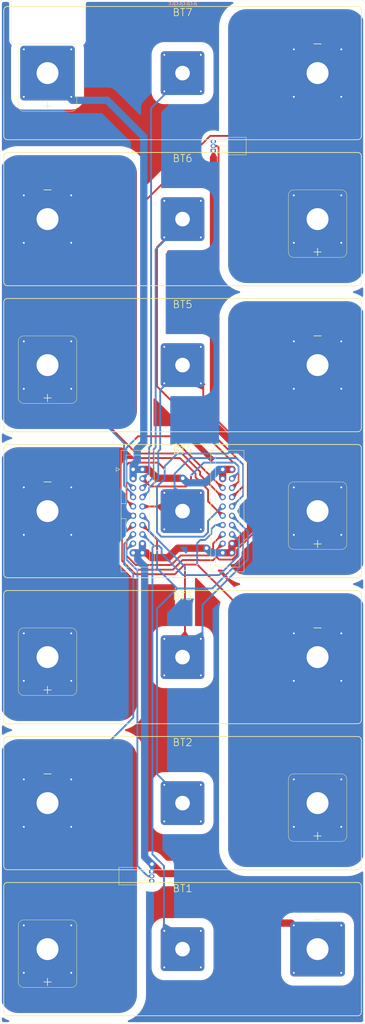
<source format=kicad_pcb>
(kicad_pcb (version 20241229) (generator "pcbnew") (generator_version "9.0")
  (layers (0 "F.Cu" signal) (2 "B.Cu" signal) (13 "F.Paste" user) (15 "B.Paste" user) (5 "F.SilkS" user "F.Silkscreen") (7 "B.SilkS" user "B.Silkscreen") (1 "F.Mask" user) (3 "B.Mask" user) (25 "Edge.Cuts" user))
  (net 0 "")
  (net 1 "/CELL1")
  (net 2 "GND")
  (net 3 "/CELL2")
  (net 4 "/CELL3")
  (net 5 "/CELL4")
  (net 6 "/CELL6")
  (net 7 "/CELL5")
  (net 8 "/CELL7")
  (net 9 "/CELL8")
  (net 10 "/CELL9")
  (net 11 "/CELL10")
  (net 12 "/CELL12")
  (net 13 "/CELL11")
  (net 14 "VBUS")
  (net 15 "/CELL13")
  (net 16 "/1-Wire-Data")
  (footprint "Custom-Footprints:Nissan-Leaf-Gen1-2S-LH+" (layer "F.Cu") (at 50 260)
    (property "Reference" "BT1")
    (property "Value" "Nissan-Leaf-Gen1-2S-LH+")
  )
  (footprint "Custom-Footprints:Nissan-Leaf-Gen1-2S-RH+" (layer "F.Cu") (at 50 60)
    (property "Reference" "BT6")
    (property "Value" "Nissan-Leaf-Gen1-2S-RH+")
  )
  (footprint "Custom-Footprints:Nissan-Leaf-Gen1-2S-RH+" (layer "F.Cu") (at 50 220)
    (property "Reference" "BT2")
    (property "Value" "Nissan-Leaf-Gen1-2S-RH+")
  )
  (footprint "Package_TO_SOT_THT:TO-92_Inline_Horizontal1" (layer "F.Cu") (at 58.43 41.27 90)
    (property "Reference" "U2" (hide yes))
    (property "Value" "DS18B20")
  )
  (footprint "Custom-Footprints:Nissan-Leaf-Gen1-2S-RH+" (layer "F.Cu") (at 50 140)
    (property "Reference" "BT4")
    (property "Value" "Nissan-Leaf-Gen1-2S-RH+")
  )
  (footprint "Package_TO_SOT_THT:TO-92_Inline_Horizontal1" (layer "F.Cu") (at 41.57 238.73 -90)
    (property "Reference" "U1" (hide yes))
    (property "Value" "DS18B20")
  )
  (footprint "Connector_IDC:IDC-Header_2x10_P2.54mm_Vertical" (layer "F.Cu") (at 36.46 128.57)
    (property "Reference" "J1" (hide yes))
    (property "Value" "IDC Balence Connector")
  )
  (footprint "Custom-Footprints:Nissan-Leaf-Gen1-2S-LH+" (layer "F.Cu") (at 50 20)
    (property "Reference" "BT7")
    (property "Value" "Nissan-Leaf-Gen1-2S-LH+")
  )
  (footprint "Connector_IDC:IDC-Header_2x10_P2.54mm_Vertical" (layer "F.Cu") (at 61 128.57)
    (property "Reference" "J2" (hide yes))
    (property "Value" "IDC Balence Connector")
  )
  (footprint "Custom-Footprints:Nissan-Leaf-Gen1-2S-LH+" (layer "F.Cu") (at 50 180)
    (property "Reference" "BT3")
    (property "Value" "Nissan-Leaf-Gen1-2S-LH+")
  )
  (footprint "Custom-Footprints:Nissan-Leaf-Gen1-2S-LH+" (layer "F.Cu") (at 50 100)
    (property "Reference" "BT5")
    (property "Value" "Nissan-Leaf-Gen1-2S-LH+")
  )
  (footprint "PCM_JLCPCB:Part_Num_JLCPCB" (layer "B.Cu") (at 50 1 180)
    (property "Reference" "PN1" (hide yes))
    (property "Value" "~" (hide yes))
  )
  (gr_arc (start 23 11) (mid 22.707107 11.707107) (end 22 12) (stroke (width 0.05)) (layer "Edge.Cuts"))
  (gr_arc (start 0 1) (mid 0.292893 0.292893) (end 1 0) (stroke (width 0.05)) (layer "Edge.Cuts"))
  (gr_arc (start 2 0) (mid 2.707107 0.292893) (end 3 1) (stroke (width 0.05)) (layer "Edge.Cuts"))
  (gr_line (start 99 280.5) (end 1 280.5) (stroke (width 0.05)) (layer "Edge.Cuts"))
  (gr_arc (start 23 1) (mid 23.292893 0.292893) (end 24 0) (stroke (width 0.05)) (layer "Edge.Cuts"))
  (gr_line (start 3 1) (end 3 11) (stroke (width 0.05)) (layer "Edge.Cuts"))
  (gr_line (start 1 0) (end 2 0) (stroke (width 0.05)) (layer "Edge.Cuts"))
  (gr_arc (start 100 279.5) (mid 99.707107 280.207107) (end 99 280.5) (stroke (width 0.05)) (layer "Edge.Cuts"))
  (gr_line (start 100 1) (end 100 279.5) (stroke (width 0.05)) (layer "Edge.Cuts"))
  (gr_arc (start 1 280.5) (mid 0.292893 280.207107) (end 0 279.5) (stroke (width 0.05)) (layer "Edge.Cuts"))
  (gr_line (start 4 12) (end 22 12) (stroke (width 0.05)) (layer "Edge.Cuts"))
  (gr_line (start 23 11) (end 23 1) (stroke (width 0.05)) (layer "Edge.Cuts"))
  (gr_arc (start 99 0) (mid 99.707107 0.292893) (end 100 1) (stroke (width 0.05)) (layer "Edge.Cuts"))
  (gr_line (start 0 279.5) (end 0 1) (stroke (width 0.05)) (layer "Edge.Cuts"))
  (gr_line (start 24 0) (end 99 0) (stroke (width 0.05)) (layer "Edge.Cuts"))
  (gr_arc (start 4 12) (mid 3.292893 11.707107) (end 3 11) (stroke (width 0.05)) (layer "Edge.Cuts"))
  (segment (start 39.0763 146.35) (end 42.1031 149.3768) (width 0.5) (layer "B.Cu") (net 1))
  (segment (start 39 146.35) (end 39.0763 146.35) (width 0.5) (layer "B.Cu") (net 1))
  (segment (start 42.2357 149.5052) (end 42.1031 149.6378) (width 0.5) (layer "B.Cu") (net 1))
  (segment (start 41.7462 149.9947) (end 41.7462 234.0322) (width 0.5) (layer "B.Cu") (net 1))
  (segment (start 41.7462 234.0322) (end 44.9114 237.1974) (width 0.5) (layer "B.Cu") (net 1))
  (segment (start 42.1031 149.3768) (end 42.1031 149.6378) (width 0.5) (layer "B.Cu") (net 1))
  (segment (start 44.2708 150.2374) (end 43.5386 149.5052) (width 0.5) (layer "B.Cu") (net 1))
  (segment (start 44.2708 151.662) (end 44.2708 150.2374) (width 0.5) (layer "B.Cu") (net 1))
  (segment (start 65.39 152.1963) (end 60.0492 157.5371) (width 0.5) (layer "B.Cu") (net 1))
  (segment (start 44.9114 237.1974) (end 44.9114 254.004) (width 0.5) (layer "B.Cu") (net 1))
  (segment (start 50.1459 157.5371) (end 44.2708 151.662) (width 0.5) (layer "B.Cu") (net 1))
  (segment (start 44.9114 254.004) (end 50 260) (width 0.5) (layer "B.Cu") (net 1))
  (segment (start 63.6163 146.35) (end 65.39 148.1237) (width 0.5) (layer "B.Cu") (net 1))
  (segment (start 65.39 148.1237) (end 65.39 152.1963) (width 0.5) (layer "B.Cu") (net 1))
  (segment (start 43.5386 149.5052) (end 42.2357 149.5052) (width 0.5) (layer "B.Cu") (net 1))
  (segment (start 63.54 146.35) (end 63.6163 146.35) (width 0.5) (layer "B.Cu") (net 1))
  (segment (start 42.1031 149.6378) (end 41.7462 149.9947) (width 0.5) (layer "B.Cu") (net 1))
  (segment (start 60.0492 157.5371) (end 50.1459 157.5371) (width 0.5) (layer "B.Cu") (net 1))
  (segment (start 87 260) (end 79.726 252.8689) (width 2) (layer "F.Cu") (net 2))
  (segment (start 58.4832 41.545) (end 58.4832 41.795) (width 0.5) (layer "F.Cu") (net 2))
  (segment (start 42.32 239.005) (end 43.7994 239.005) (width 0.5) (layer "F.Cu") (net 2))
  (segment (start 64.677 148.89) (end 63.54 148.89) (width 2) (layer "F.Cu") (net 2))
  (segment (start 68.64 144.927) (end 64.677 148.89) (width 2) (layer "F.Cu") (net 2))
  (segment (start 40.1516 151.43) (end 36.46 151.43) (width 2) (layer "F.Cu") (net 2))
  (segment (start 48.6675 150.1516) (end 46.0639 152.7552) (width 2) (layer "F.Cu") (net 2))
  (segment (start 61 151.43) (end 63.54 151.43) (width 2) (layer "F.Cu") (net 2))
  (segment (start 56.5786 150.1516) (end 48.6675 150.1516) (width 2) (layer "F.Cu") (net 2))
  (segment (start 43.7994 239.005) (end 44.0746 239.2802) (width 0.5) (layer "F.Cu") (net 2))
  (segment (start 58.4832 43.2199) (end 58.4832 116.0832) (width 2) (layer "F.Cu") (net 2))
  (segment (start 58.4832 41.795) (end 58.4832 43.2199) (width 0.5) (layer "F.Cu") (net 2))
  (segment (start 41.57 238.73) (end 42.07 239.005) (width 0.5) (layer "F.Cu") (net 2))
  (segment (start 58.4832 116.0832) (end 68.64 126.24) (width 2) (layer "F.Cu") (net 2))
  (segment (start 68.64 126.24) (end 68.64 144.927) (width 2) (layer "F.Cu") (net 2))
  (segment (start 44.1658 239.2802) (end 41.5906 236.705) (width 2) (layer "F.Cu") (net 2))
  (segment (start 42.07 239.005) (end 42.32 239.005) (width 0.5) (layer "F.Cu") (net 2))
  (segment (start 58.43 41.27) (end 58.4832 41.545) (width 0.5) (layer "F.Cu") (net 2))
  (segment (start 63.54 148.89) (end 63.54 151.43) (width 2) (layer "F.Cu") (net 2))
  (segment (start 55.1802 239.2802) (end 44.1658 239.2802) (width 2) (layer "F.Cu") (net 2))
  (segment (start 41.4768 152.7552) (end 40.1516 151.43) (width 2) (layer "F.Cu") (net 2))
  (segment (start 79.726 252.8689) (end 68.7689 252.8689) (width 2) (layer "F.Cu") (net 2))
  (segment (start 46.0639 152.7552) (end 41.4768 152.7552) (width 2) (layer "F.Cu") (net 2))
  (segment (start 68.7689 252.8689) (end 55.1802 239.2802) (width 2) (layer "F.Cu") (net 2))
  (via (at 56.5786 150.1516) (size 2) (drill 1) (layers "F.Cu" "B.Cu") (net 2))
  (via (at 41.5906 236.705) (size 2) (drill 1) (layers "F.Cu" "B.Cu") (net 2))
  (segment (start 39.6233 155.2131) (end 37.73 153.3198) (width 2) (layer "B.Cu") (net 2))
  (segment (start 61 151.43) (end 57.857 151.43) (width 2) (layer "B.Cu") (net 2))
  (segment (start 39.6233 234.7377) (end 39.6233 155.2131) (width 2) (layer "B.Cu") (net 2))
  (segment (start 37.599 152.569) (end 37.73 152.569) (width 0.5) (layer "B.Cu") (net 2))
  (segment (start 41.57 238.73) (end 41.5906 238.455) (width 0.5) (layer "B.Cu") (net 2))
  (segment (start 41.5906 236.705) (end 39.6233 234.7377) (width 2) (layer "B.Cu") (net 2))
  (segment (start 37.73 153.3198) (end 37.73 152.569) (width 2) (layer "B.Cu") (net 2))
  (segment (start 37.861 152.569) (end 37.73 152.569) (width 0.5) (layer "B.Cu") (net 2))
  (segment (start 41.5906 238.205) (end 41.5906 236.705) (width 0.5) (layer "B.Cu") (net 2))
  (segment (start 39 148.89) (end 39 151.43) (width 2) (layer "B.Cu") (net 2))
  (segment (start 39 151.43) (end 37.861 152.569) (width 0.5) (layer "B.Cu") (net 2))
  (segment (start 39 151.43) (end 36.46 151.43) (width 2) (layer "B.Cu") (net 2))
  (segment (start 41.5906 238.455) (end 41.5906 238.205) (width 0.5) (layer "B.Cu") (net 2))
  (segment (start 57.857 151.43) (end 56.6304 150.2034) (width 2) (layer "B.Cu") (net 2))
  (segment (start 36.46 151.43) (end 37.599 152.569) (width 0.5) (layer "B.Cu") (net 2))
  (segment (start 58.3869 148.8868) (end 58.3869 150.931) (width 0.5) (layer "F.Cu") (net 3))
  (segment (start 37.1689 154.7552) (end 34.61 152.1963) (width 0.5) (layer "F.Cu") (net 3))
  (segment (start 60.9237 146.35) (end 58.3869 148.8868) (width 0.5) (layer "F.Cu") (net 3))
  (segment (start 61 146.35) (end 60.9237 146.35) (width 0.5) (layer "F.Cu") (net 3))
  (segment (start 34.61 148.1237) (end 36.3837 146.35) (width 0.5) (layer "F.Cu") (net 3))
  (segment (start 46.8923 154.7552) (end 37.1689 154.7552) (width 0.5) (layer "F.Cu") (net 3))
  (segment (start 36.3837 146.35) (end 36.46 146.35) (width 0.5) (layer "F.Cu") (net 3))
  (segment (start 58.3869 150.931) (end 57.1663 152.1516) (width 0.5) (layer "F.Cu") (net 3))
  (segment (start 49.4959 152.1516) (end 46.8923 154.7552) (width 0.5) (layer "F.Cu") (net 3))
  (segment (start 57.1663 152.1516) (end 49.4959 152.1516) (width 0.5) (layer "F.Cu") (net 3))
  (segment (start 34.61 152.1963) (end 34.61 148.1237) (width 0.5) (layer "F.Cu") (net 3))
  (segment (start 19.5 213.5) (end 20.1853 213.5) (width 0.5) (layer "B.Cu") (net 3))
  (segment (start 13 260) (end 13 252.7462) (width 0.5) (layer "B.Cu") (net 3))
  (segment (start 36.46 146.35) (end 36.3837 146.35) (width 0.5) (layer "B.Cu") (net 3))
  (segment (start 36.5 196.5714) (end 19.5714 213.5) (width 0.5) (layer "B.Cu") (net 3))
  (segment (start 36.5 157.1) (end 36.5 196.5714) (width 0.5) (layer "B.Cu") (net 3))
  (segment (start 13 252.4962) (end 13 227.5038) (width 0.5) (layer "B.Cu") (net 3))
  (segment (start 20.1853 213.5) (end 20.4601 213.2252) (width 0.5) (layer "B.Cu") (net 3))
  (segment (start 13 227.5038) (end 13 227.2538) (width 0.5) (layer "B.Cu") (net 3))
  (segment (start 33.982 148.9843) (end 33.982 154.582) (width 0.5) (layer "B.Cu") (net 3))
  (segment (start 20.4601 213.2252) (end 13 220) (width 0.5) (layer "B.Cu") (net 3))
  (segment (start 33.982 154.582) (end 36.5 157.1) (width 0.5) (layer "B.Cu") (net 3))
  (segment (start 36.3837 146.35) (end 36.5 146.4663) (width 0.5) (layer "B.Cu") (net 3))
  (segment (start 13 252.7462) (end 13 252.4962) (width 0.5) (layer "B.Cu") (net 3))
  (segment (start 36.5 146.4663) (end 33.982 148.9843) (width 0.5) (layer "B.Cu") (net 3))
  (segment (start 19.5714 213.5) (end 19.5 213.5) (width 0.5) (layer "B.Cu") (net 3))
  (segment (start 13 227.2538) (end 13 220) (width 0.5) (layer "B.Cu") (net 3))
  (segment (start 43.0208 150.7552) (end 43.0208 147.7545) (width 0.5) (layer "F.Cu") (net 4))
  (segment (start 39.0763 143.81) (end 39 143.81) (width 0.5) (layer "F.Cu") (net 4))
  (segment (start 43.0208 147.7545) (end 39.0763 143.81) (width 0.5) (layer "F.Cu") (net 4))
  (via (at 43.0208 150.7552) (size 0.5) (drill 0.3) (layers "F.Cu" "B.Cu") (net 4))
  (segment (start 63.6163 143.81) (end 66.64 146.8337) (width 0.5) (layer "B.Cu") (net 4))
  (segment (start 42.9962 212.0475) (end 44.9114 213.9627) (width 0.5) (layer "B.Cu") (net 4))
  (segment (start 42.9962 166.7178) (end 42.9962 212.0475) (width 0.5) (layer "B.Cu") (net 4))
  (segment (start 48.523 161.191) (end 42.9962 166.7178) (width 0.5) (layer "B.Cu") (net 4))
  (segment (start 48.523 161.191) (end 43.0208 155.6888) (width 0.5) (layer "B.Cu") (net 4))
  (segment (start 43.0208 155.6888) (end 43.0208 150.7552) (width 0.5) (layer "B.Cu") (net 4))
  (segment (start 66.64 146.8337) (end 66.64 152.7141) (width 0.5) (layer "B.Cu") (net 4))
  (segment (start 44.9114 214.004) (end 50 220) (width 0.5) (layer "B.Cu") (net 4))
  (segment (start 44.9114 213.9627) (end 44.9114 214.004) (width 0.5) (layer "B.Cu") (net 4))
  (segment (start 63.54 143.81) (end 63.6163 143.81) (width 0.5) (layer "B.Cu") (net 4))
  (segment (start 58.1631 161.191) (end 48.523 161.191) (width 0.5) (layer "B.Cu") (net 4))
  (segment (start 66.64 152.7141) (end 58.1631 161.191) (width 0.5) (layer "B.Cu") (net 4))
  (segment (start 79.726 172.8689) (end 79.7259 172.8689) (width 0.5) (layer "F.Cu") (net 5))
  (segment (start 33.36 153.546) (end 37.1055 157.2915) (width 0.5) (layer "F.Cu") (net 5))
  (segment (start 36.46 143.81) (end 36.3837 143.81) (width 0.5) (layer "F.Cu") (net 5))
  (segment (start 79.7259 172.8689) (end 79.7036 172.8466) (width 0.5) (layer "F.Cu") (net 5))
  (segment (start 33.36 146.8337) (end 33.36 153.546) (width 0.5) (layer "F.Cu") (net 5))
  (segment (start 79.7036 172.8466) (end 72.2253 172.8466) (width 0.5) (layer "F.Cu") (net 5))
  (segment (start 72.2253 172.8466) (end 54.0303 154.6516) (width 0.5) (layer "F.Cu") (net 5))
  (segment (start 37.1055 157.2915) (end 47.8915 157.2915) (width 0.5) (layer "F.Cu") (net 5))
  (segment (start 47.8915 157.2915) (end 50.5314 154.6516) (width 0.5) (layer "F.Cu") (net 5))
  (segment (start 36.3837 143.81) (end 33.36 146.8337) (width 0.5) (layer "F.Cu") (net 5))
  (segment (start 87 180) (end 79.726 172.8689) (width 0.5) (layer "F.Cu") (net 5))
  (segment (start 50.5314 154.6516) (end 54.0303 154.6516) (width 0.5) (layer "F.Cu") (net 5))
  (via (at 54.0303 154.6516) (size 0.5) (drill 0.3) (layers "F.Cu" "B.Cu") (net 5))
  (segment (start 58.99 143.81) (end 57.9 144.9) (width 0.5) (layer "B.Cu") (net 5))
  (segment (start 54.9 147.9) (end 54.0303 148.7697) (width 0.5) (layer "B.Cu") (net 5))
  (segment (start 61 143.81) (end 58.99 143.81) (width 0.5) (layer "B.Cu") (net 5))
  (segment (start 57.9 146.2) (end 56.2 147.9) (width 0.5) (layer "B.Cu") (net 5))
  (segment (start 54.0303 148.7697) (end 54.0303 154.6516) (width 0.5) (layer "B.Cu") (net 5))
  (segment (start 57.9 144.9) (end 57.9 146.2) (width 0.5) (layer "B.Cu") (net 5))
  (segment (start 80.4114 212.504) (end 80.4114 187.4959) (width 0.5) (layer "B.Cu") (net 5))
  (segment (start 56.2 147.9) (end 54.9 147.9) (width 0.5) (layer "B.Cu") (net 5))
  (segment (start 80.4114 187.4959) (end 87 180) (width 0.5) (layer "B.Cu") (net 5))
  (segment (start 87 220) (end 80.4114 212.504) (width 0.5) (layer "B.Cu") (net 5))
  (segment (start 53.5607 129.7231) (end 49.3066 125.469) (width 0.5) (layer "F.Cu") (net 6))
  (segment (start 61 141.27) (end 60.9237 141.27) (width 0.5) (layer "F.Cu") (net 6))
  (segment (start 27.3881 125.469) (end 20.1311 132.726) (width 0.5) (layer "F.Cu") (net 6))
  (segment (start 49.3066 125.469) (end 27.3881 125.469) (width 0.5) (layer "F.Cu") (net 6))
  (segment (start 56.9959 137.3422) (end 56.9959 134.1621) (width 0.5) (layer "F.Cu") (net 6))
  (segment (start 20.1311 132.726) (end 13 140) (width 0.5) (layer "F.Cu") (net 6))
  (segment (start 53.5607 130.7269) (end 53.5607 129.7231) (width 0.5) (layer "F.Cu") (net 6))
  (segment (start 56.9959 134.1621) (end 53.5607 130.7269) (width 0.5) (layer "F.Cu") (net 6))
  (segment (start 60.9237 141.27) (end 56.9959 137.3422) (width 0.5) (layer "F.Cu") (net 6))
  (segment (start 13 172.7462) (end 13 172.4962) (width 0.5) (layer "B.Cu") (net 6))
  (segment (start 20.2538 141.27) (end 13 140) (width 0.5) (layer "B.Cu") (net 6))
  (segment (start 13 172.4962) (end 13 147.5038) (width 0.5) (layer "B.Cu") (net 6))
  (segment (start 13 147.5038) (end 13 147.2538) (width 0.5) (layer "B.Cu") (net 6))
  (segment (start 20.5038 141.27) (end 20.2538 141.27) (width 0.5) (layer "B.Cu") (net 6))
  (segment (start 13 147.2538) (end 13 140) (width 0.5) (layer "B.Cu") (net 6))
  (segment (start 36.46 141.27) (end 20.5038 141.27) (width 0.5) (layer "B.Cu") (net 6))
  (segment (start 13 180) (end 13 172.7462) (width 0.5) (layer "B.Cu") (net 6))
  (segment (start 50.6637 174.2462) (end 50 180) (width 0.5) (layer "F.Cu") (net 7))
  (segment (start 50.6637 173.9962) (end 50.6637 174.2462) (width 0.5) (layer "F.Cu") (net 7))
  (segment (start 50.6637 156.2871) (end 50.6637 173.9962) (width 0.5) (layer "F.Cu") (net 7))
  (via (at 50.6637 156.2871) (size 0.5) (drill 0.3) (layers "F.Cu" "B.Cu") (net 7))
  (segment (start 50.6637 155.2653) (end 50.6637 156.2871) (width 0.5) (layer "B.Cu") (net 7))
  (segment (start 40.85 143.0437) (end 40.85 145.4516) (width 0.5) (layer "B.Cu") (net 7))
  (segment (start 55.4624 174.1147) (end 55.4692 174.1079) (width 0.5) (layer "B.Cu") (net 7))
  (segment (start 40.85 145.4516) (end 50.6637 155.2653) (width 0.5) (layer "B.Cu") (net 7))
  (segment (start 55.4692 165.6526) (end 67.89 153.2318) (width 0.5) (layer "B.Cu") (net 7))
  (segment (start 50 180) (end 55.4624 174.1148) (width 0.5) (layer "B.Cu") (net 7))
  (segment (start 39 141.27) (end 39.0763 141.27) (width 0.5) (layer "B.Cu") (net 7))
  (segment (start 55.4624 174.1148) (end 55.4624 174.1147) (width 0.5) (layer "B.Cu") (net 7))
  (segment (start 39.0763 141.27) (end 40.85 143.0437) (width 0.5) (layer "B.Cu") (net 7))
  (segment (start 67.89 153.2318) (end 67.89 145.5437) (width 0.5) (layer "B.Cu") (net 7))
  (segment (start 63.6163 141.27) (end 63.54 141.27) (width 0.5) (layer "B.Cu") (net 7))
  (segment (start 67.89 145.5437) (end 63.6163 141.27) (width 0.5) (layer "B.Cu") (net 7))
  (segment (start 55.4692 174.1079) (end 55.4692 165.6526) (width 0.5) (layer "B.Cu") (net 7))
  (segment (start 43.9962 138.73) (end 44.2462 138.73) (width 0.5) (layer "F.Cu") (net 8))
  (segment (start 44.2462 138.73) (end 50 140) (width 0.5) (layer "F.Cu") (net 8))
  (segment (start 39 138.73) (end 43.9962 138.73) (width 0.5) (layer "F.Cu") (net 8))
  (segment (start 47.8 133.7448) (end 48.0514 133.9962) (width 0.5) (layer "B.Cu") (net 8))
  (segment (start 48.0514 134.2462) (end 50 140) (width 0.5) (layer "B.Cu") (net 8))
  (segment (start 66.64 135.7063) (end 66.64 127.2859) (width 0.5) (layer "B.Cu") (net 8))
  (segment (start 64.8231 125.469) (end 52.131 125.469) (width 0.5) (layer "B.Cu") (net 8))
  (segment (start 63.54 138.73) (end 63.6163 138.73) (width 0.5) (layer "B.Cu") (net 8))
  (segment (start 47.8 129.8) (end 47.8 133.7448) (width 0.5) (layer "B.Cu") (net 8))
  (segment (start 63.6163 138.73) (end 66.64 135.7063) (width 0.5) (layer "B.Cu") (net 8))
  (segment (start 52.131 125.469) (end 47.8 129.8) (width 0.5) (layer "B.Cu") (net 8))
  (segment (start 66.64 127.2859) (end 64.8231 125.469) (width 0.5) (layer "B.Cu") (net 8))
  (segment (start 48.0514 133.9962) (end 48.0514 134.2462) (width 0.5) (layer "B.Cu") (net 8))
  (segment (start 35.342 126.719) (end 34.609 127.452) (width 0.5) (layer "F.Cu") (net 9))
  (segment (start 34.609 127.452) (end 34.609 136.9553) (width 0.5) (layer "F.Cu") (net 9))
  (segment (start 36.3837 138.73) (end 36.46 138.73) (width 0.5) (layer "F.Cu") (net 9))
  (segment (start 43.319 126.719) (end 35.342 126.719) (width 0.5) (layer "F.Cu") (net 9))
  (segment (start 34.609 136.9553) (end 36.3837 138.73) (width 0.5) (layer "F.Cu") (net 9))
  (segment (start 45.1 128.5) (end 43.319 126.719) (width 0.5) (layer "F.Cu") (net 9))
  (via (at 45.1 128.5) (size 0.5) (drill 0.3) (layers "F.Cu" "B.Cu") (net 9))
  (segment (start 42.9962 145.83) (end 44.17 147.0038) (width 0.5) (layer "B.Cu") (net 9))
  (segment (start 60.9237 138.73) (end 61 138.73) (width 0.5) (layer "B.Cu") (net 9))
  (segment (start 56.9959 145.8379) (end 56.9959 142.6578) (width 0.5) (layer "B.Cu") (net 9))
  (segment (start 87 140) (end 80.4114 132.504) (width 0.5) (layer "B.Cu") (net 9))
  (segment (start 56.9959 142.6578) (end 60.9237 138.73) (width 0.5) (layer "B.Cu") (net 9))
  (segment (start 55.83 147.0038) (end 56.9959 145.8379) (width 0.5) (layer "B.Cu") (net 9))
  (segment (start 80.4114 107.4959) (end 87 100) (width 0.5) (layer "B.Cu") (net 9))
  (segment (start 45.1 128.5) (end 45.1 127.7193) (width 0.5) (layer "B.Cu") (net 9))
  (segment (start 48.5907 124.2286) (end 62.3486 124.2286) (width 0.5) (layer "B.Cu") (net 9))
  (segment (start 45.1 131.1618) (end 42.9962 133.2656) (width 0.5) (layer "B.Cu") (net 9))
  (segment (start 45.1 128.5) (end 45.1 131.1618) (width 0.5) (layer "B.Cu") (net 9))
  (segment (start 42.9962 133.2656) (end 42.9962 145.83) (width 0.5) (layer "B.Cu") (net 9))
  (segment (start 80.4114 132.504) (end 80.4114 107.4959) (width 0.5) (layer "B.Cu") (net 9))
  (segment (start 79.6148 106.9624) (end 87 100) (width 0.5) (layer "B.Cu") (net 9))
  (segment (start 44.17 147.0038) (end 55.83 147.0038) (width 0.5) (layer "B.Cu") (net 9))
  (segment (start 62.3486 124.2286) (end 79.6148 106.9624) (width 0.5) (layer "B.Cu") (net 9))
  (segment (start 45.1 127.7193) (end 48.5907 124.2286) (width 0.5) (layer "B.Cu") (net 9))
  (segment (start 66.64 127.2859) (end 55.6816 116.3275) (width 0.5) (layer "F.Cu") (net 10))
  (segment (start 55.6816 116.3275) (end 55.6816 105.7531) (width 0.5) (layer "F.Cu") (net 10))
  (segment (start 63.54 136.19) (end 63.6163 136.19) (width 0.5) (layer "F.Cu") (net 10))
  (segment (start 55 105.0715) (end 55 105) (width 0.5) (layer "F.Cu") (net 10))
  (segment (start 55 105) (end 55.2747 105.2747) (width 0.5) (layer "F.Cu") (net 10))
  (segment (start 55.6816 105.7531) (end 55 105.0715) (width 0.5) (layer "F.Cu") (net 10))
  (segment (start 63.6163 136.19) (end 66.64 133.1663) (width 0.5) (layer "F.Cu") (net 10))
  (segment (start 55.2747 105.2747) (end 55.9601 105.2747) (width 0.5) (layer "F.Cu") (net 10))
  (segment (start 66.64 133.1663) (end 66.64 127.2859) (width 0.5) (layer "F.Cu") (net 10))
  (segment (start 55.9601 105.2747) (end 50 100) (width 0.5) (layer "F.Cu") (net 10))
  (segment (start 39 136.19) (end 39.0763 136.19) (width 0.5) (layer "B.Cu") (net 10))
  (segment (start 43.879 106.8188) (end 44.7252 105.9726) (width 0.5) (layer "B.Cu") (net 10))
  (segment (start 40.85 134.4163) (end 40.85 133.6441) (width 0.5) (layer "B.Cu") (net 10))
  (segment (start 40.85 133.6441) (end 43.35 131.1441) (width 0.5) (layer "B.Cu") (net 10))
  (segment (start 39.0763 136.19) (end 40.85 134.4163) (width 0.5) (layer "B.Cu") (net 10))
  (segment (start 43.35 123.6085) (end 43.879 123.0795) (width 0.5) (layer "B.Cu") (net 10))
  (segment (start 44.7252 105.9601) (end 50 100) (width 0.5) (layer "B.Cu") (net 10))
  (segment (start 44.7252 105.9726) (end 44.7252 105.9601) (width 0.5) (layer "B.Cu") (net 10))
  (segment (start 43.879 123.0795) (end 43.879 106.8188) (width 0.5) (layer "B.Cu") (net 10))
  (segment (start 43.35 131.1441) (end 43.35 123.6085) (width 0.5) (layer "B.Cu") (net 10))
  (segment (start 37.3619 124.219) (end 20.274 107.1311) (width 0.5) (layer "F.Cu") (net 11))
  (segment (start 54.8107 129.2054) (end 49.8243 124.219) (width 0.5) (layer "F.Cu") (net 11))
  (segment (start 54.8107 130.077) (end 54.8107 129.2054) (width 0.5) (layer "F.Cu") (net 11))
  (segment (start 61 136.19) (end 60.9237 136.19) (width 0.5) (layer "F.Cu") (net 11))
  (segment (start 60.9237 136.19) (end 54.8107 130.077) (width 0.5) (layer "F.Cu") (net 11))
  (segment (start 20.274 107.1311) (end 13 100) (width 0.5) (layer "F.Cu") (net 11))
  (segment (start 49.8243 124.219) (end 37.3619 124.219) (width 0.5) (layer "F.Cu") (net 11))
  (segment (start 33.981 121.4039) (end 19.9624 107.3853) (width 0.5) (layer "B.Cu") (net 11))
  (segment (start 13 67.2538) (end 13 60) (width 0.5) (layer "B.Cu") (net 11))
  (segment (start 13 100) (end 13 92.7462) (width 0.5) (layer "B.Cu") (net 11))
  (segment (start 36.46 136.19) (end 36.46 135.489892) (width 0.5) (layer "B.Cu") (net 11))
  (segment (start 13 92.4962) (end 13 67.5038) (width 0.5) (layer "B.Cu") (net 11))
  (segment (start 33.981 133.010892) (end 33.981 121.4039) (width 0.5) (layer "B.Cu") (net 11))
  (segment (start 13 92.7462) (end 13 92.4962) (width 0.5) (layer "B.Cu") (net 11))
  (segment (start 36.46 135.489892) (end 33.981 133.010892) (width 0.5) (layer "B.Cu") (net 11))
  (segment (start 19.9624 107.3852) (end 13 100) (width 0.5) (layer "B.Cu") (net 11))
  (segment (start 13 67.5038) (end 13 67.2538) (width 0.5) (layer "B.Cu") (net 11))
  (segment (start 19.9624 107.3853) (end 19.9624 107.3852) (width 0.5) (layer "B.Cu") (net 11))
  (segment (start 79.5398 26.7747) (end 79.5371 26.7747) (width 0.5) (layer "F.Cu") (net 12))
  (segment (start 57.5733 37.205) (end 39.3 55.4783) (width 0.5) (layer "F.Cu") (net 12))
  (segment (start 39.3 119.4964) (end 38.5763 119.4964) (width 0.5) (layer "F.Cu") (net 12))
  (segment (start 46.7701 119.4964) (end 38.5763 119.4964) (width 0.5) (layer "F.Cu") (net 12))
  (segment (start 61 133.65) (end 60.9237 133.65) (width 0.5) (layer "F.Cu") (net 12))
  (segment (start 60.9237 133.65) (end 46.7701 119.4964) (width 0.5) (layer "F.Cu") (net 12))
  (segment (start 36.8 120.5) (end 37.8036 119.4964) (width 0.5) (layer "F.Cu") (net 12))
  (segment (start 39.3 55.4783) (end 39.3 119.4964) (width 0.5) (layer "F.Cu") (net 12))
  (segment (start 37.8036 119.4964) (end 38.5763 119.4964) (width 0.5) (layer "F.Cu") (net 12))
  (segment (start 69.1068 37.205) (end 57.5733 37.205) (width 0.5) (layer "F.Cu") (net 12))
  (segment (start 87 20) (end 79.5398 26.7747) (width 0.5) (layer "F.Cu") (net 12))
  (segment (start 79.5371 26.7747) (end 69.1068 37.205) (width 0.5) (layer "F.Cu") (net 12))
  (via (at 36.8 120.5) (size 0.5) (drill 0.3) (layers "F.Cu" "B.Cu") (net 12))
  (segment (start 36.3837 133.65) (end 36.46 133.65) (width 0.5) (layer "B.Cu") (net 12))
  (segment (start 87 60) (end 80.4114 52.504) (width 0.5) (layer "B.Cu") (net 12))
  (segment (start 34.609 131.8753) (end 36.3837 133.65) (width 0.5) (layer "B.Cu") (net 12))
  (segment (start 36.8 120.5) (end 34.609 122.691) (width 0.5) (layer "B.Cu") (net 12))
  (segment (start 80.4114 52.504) (end 80.4114 27.4959) (width 0.5) (layer "B.Cu") (net 12))
  (segment (start 80.4114 27.4959) (end 87 20) (width 0.5) (layer "B.Cu") (net 12))
  (segment (start 34.609 122.691) (end 34.609 131.8753) (width 0.5) (layer "B.Cu") (net 12))
  (segment (start 65.39 127.8037) (end 64.3063 126.72) (width 0.5) (layer "F.Cu") (net 13))
  (segment (start 63.54 133.65) (end 63.6163 133.65) (width 0.5) (layer "F.Cu") (net 13))
  (segment (start 64.3063 126.72) (end 63.8862 126.72) (width 0.5) (layer "F.Cu") (net 13))
  (segment (start 63.8862 126.72) (end 42.9962 105.83) (width 0.5) (layer "F.Cu") (net 13))
  (segment (start 44.7252 65.9726) (end 44.7252 65.9601) (width 0.5) (layer "F.Cu") (net 13))
  (segment (start 42.9962 105.83) (end 42.9962 67.7016) (width 0.5) (layer "F.Cu") (net 13))
  (segment (start 65.39 131.8763) (end 65.39 127.8037) (width 0.5) (layer "F.Cu") (net 13))
  (segment (start 42.9962 67.7016) (end 44.7252 65.9726) (width 0.5) (layer "F.Cu") (net 13))
  (segment (start 63.6163 133.65) (end 65.39 131.8763) (width 0.5) (layer "F.Cu") (net 13))
  (segment (start 44.7252 65.9601) (end 50 60) (width 0.5) (layer "F.Cu") (net 13))
  (segment (start 39.0763 133.65) (end 42.1 130.6263) (width 0.5) (layer "B.Cu") (net 13))
  (segment (start 42.1 123.0907) (end 42.629 122.5617) (width 0.5) (layer "B.Cu") (net 13))
  (segment (start 42.629 122.5617) (end 42.629 68.3196) (width 0.5) (layer "B.Cu") (net 13))
  (segment (start 39 133.65) (end 39.0763 133.65) (width 0.5) (layer "B.Cu") (net 13))
  (segment (start 42.1 130.6263) (end 42.1 123.0907) (width 0.5) (layer "B.Cu") (net 13))
  (segment (start 44.9114 66.0372) (end 44.9114 65.9959) (width 0.5) (layer "B.Cu") (net 13))
  (segment (start 44.9114 65.9959) (end 50 60) (width 0.5) (layer "B.Cu") (net 13))
  (segment (start 42.629 68.3196) (end 44.9114 66.0372) (width 0.5) (layer "B.Cu") (net 13))
  (segment (start 50.0514 130.9962) (end 42.9968 130.9962) (width 2) (layer "F.Cu") (net 14))
  (segment (start 42.9968 130.9962) (end 40.5706 128.57) (width 2) (layer "F.Cu") (net 14))
  (segment (start 40.5706 128.57) (end 39 128.57) (width 2) (layer "F.Cu") (net 14))
  (segment (start 61 131.11) (end 61 128.57) (width 2) (layer "F.Cu") (net 14))
  (segment (start 63.54 128.57) (end 61 128.57) (width 2) (layer "F.Cu") (net 14))
  (via (at 50.0514 130.9962) (size 2) (drill 1) (layers "F.Cu" "B.Cu") (net 14))
  (segment (start 36.46 128.57) (end 39 128.57) (width 2) (layer "B.Cu") (net 14))
  (segment (start 51.2961 132.2409) (end 56.2592 132.2409) (width 2) (layer "B.Cu") (net 14))
  (segment (start 13 20) (end 19.7747 27.4601) (width 2) (layer "B.Cu") (net 14))
  (segment (start 36.46 128.57) (end 36.46 127.3656) (width 2) (layer "B.Cu") (net 14))
  (segment (start 37.5846 123.0099) (end 37.5846 126.241) (width 2) (layer "B.Cu") (net 14))
  (segment (start 36.46 127.3656) (end 37.5846 126.241) (width 2) (layer "B.Cu") (net 14))
  (segment (start 59.2821 129.218) (end 58.6838 129.8163) (width 0.5) (layer "B.Cu") (net 14))
  (segment (start 29.3601 27.4601) (end 39.379 37.479) (width 2) (layer "B.Cu") (net 14))
  (segment (start 59.9301 128.57) (end 58.6838 129.8163) (width 2) (layer "B.Cu") (net 14))
  (segment (start 39.379 121.2155) (end 37.5846 123.0099) (width 2) (layer "B.Cu") (net 14))
  (segment (start 37.108 126.7176) (end 37.5846 126.241) (width 0.5) (layer "B.Cu") (net 14))
  (segment (start 39.379 37.479) (end 39.379 121.2155) (width 2) (layer "B.Cu") (net 14))
  (segment (start 36.46 131.11) (end 36.46 128.57) (width 2) (layer "B.Cu") (net 14))
  (segment (start 61 128.57) (end 59.9301 128.57) (width 2) (layer "B.Cu") (net 14))
  (segment (start 56.2592 132.2409) (end 58.6838 129.8163) (width 2) (layer "B.Cu") (net 14))
  (segment (start 50.0514 130.9962) (end 51.2961 132.2409) (width 2) (layer "B.Cu") (net 14))
  (segment (start 19.7747 27.4601) (end 29.3601 27.4601) (width 2) (layer "B.Cu") (net 14))
  (segment (start 39.0763 131.11) (end 39 131.11) (width 0.5) (layer "F.Cu") (net 15))
  (segment (start 41.2135 133.2472) (end 39.0763 131.11) (width 0.5) (layer "F.Cu") (net 15))
  (segment (start 52.3107 131.920295) (end 50.983795 133.2472) (width 0.5) (layer "F.Cu") (net 15))
  (segment (start 50.983795 133.2472) (end 41.2135 133.2472) (width 0.5) (layer "F.Cu") (net 15))
  (segment (start 52.3107 130.2409) (end 52.3107 131.920295) (width 0.5) (layer "F.Cu") (net 15))
  (via (at 52.3107 130.2409) (size 0.5) (drill 0.3) (layers "F.Cu" "B.Cu") (net 15))
  (segment (start 41.379 29.5696) (end 41.379 122.044) (width 0.5) (layer "B.Cu") (net 15))
  (segment (start 40.85 129.3363) (end 39.0763 131.11) (width 0.5) (layer "B.Cu") (net 15))
  (segment (start 65.39 129.3363) (end 65.39 127.8037) (width 0.5) (layer "B.Cu") (net 15))
  (segment (start 50 20) (end 44.9114 25.9959) (width 0.5) (layer "B.Cu") (net 15))
  (segment (start 40.85 122.573) (end 40.85 129.3363) (width 0.5) (layer "B.Cu") (net 15))
  (segment (start 63.6163 131.11) (end 65.39 129.3363) (width 0.5) (layer "B.Cu") (net 15))
  (segment (start 39.0763 131.11) (end 39 131.11) (width 0.5) (layer "B.Cu") (net 15))
  (segment (start 64.3053 126.719) (end 55.8326 126.719) (width 0.5) (layer "B.Cu") (net 15))
  (segment (start 41.379 122.044) (end 40.85 122.573) (width 0.5) (layer "B.Cu") (net 15))
  (segment (start 55.8326 126.719) (end 52.3107 130.2409) (width 0.5) (layer "B.Cu") (net 15))
  (segment (start 44.9114 26.0372) (end 41.379 29.5696) (width 0.5) (layer "B.Cu") (net 15))
  (segment (start 63.54 131.11) (end 63.6163 131.11) (width 0.5) (layer "B.Cu") (net 15))
  (segment (start 65.39 127.8037) (end 64.3053 126.719) (width 0.5) (layer "B.Cu") (net 15))
  (segment (start 44.9114 25.9959) (end 44.9114 26.0372) (width 0.5) (layer "B.Cu") (net 15))
  (segment (start 64.918 150.597786) (end 64.918 152.000786) (width 0.5) (layer "F.Cu") (net 16))
  (segment (start 54.5481 153.4016) (end 54.5999 153.4534) (width 0.5) (layer "F.Cu") (net 16))
  (segment (start 70.018 145.497786) (end 64.918 150.597786) (width 0.5) (layer "F.Cu") (net 16))
  (segment (start 54.5999 153.4534) (end 58.3744 153.4534) (width 0.5) (layer "F.Cu") (net 16))
  (segment (start 58.3744 153.4534) (end 59.3097 152.5181) (width 0.5) (layer "F.Cu") (net 16))
  (segment (start 58.8709 39.9987) (end 59.5987 39.9987) (width 0.5) (layer "F.Cu") (net 16))
  (segment (start 58.43 40) (end 58.8696 40) (width 0.5) (layer "F.Cu") (net 16))
  (segment (start 70.018 125.669214) (end 70.018 145.497786) (width 0.5) (layer "F.Cu") (net 16))
  (segment (start 47.3738 156.0415) (end 50.0137 153.4016) (width 0.5) (layer "F.Cu") (net 16))
  (segment (start 59.8612 40.2612) (end 59.8612 115.512414) (width 0.5) (layer "F.Cu") (net 16))
  (segment (start 58.8696 40) (end 58.8709 39.9987) (width 0.5) (layer "F.Cu") (net 16))
  (segment (start 63.638786 153.28) (end 60.0716 153.28) (width 0.5) (layer "F.Cu") (net 16))
  (segment (start 61 148.89) (end 59.3097 150.5803) (width 0.5) (layer "F.Cu") (net 16))
  (segment (start 64.918 152.000786) (end 63.638786 153.28) (width 0.5) (layer "F.Cu") (net 16))
  (segment (start 59.8612 115.512414) (end 70.018 125.669214) (width 0.5) (layer "F.Cu") (net 16))
  (segment (start 60.0716 153.28) (end 59.3097 152.5181) (width 0.5) (layer "F.Cu") (net 16))
  (segment (start 59.5987 39.9987) (end 59.8612 40.2612) (width 0.5) (layer "F.Cu") (net 16))
  (segment (start 50.0137 153.4016) (end 54.5481 153.4016) (width 0.5) (layer "F.Cu") (net 16))
  (segment (start 37.6233 156.0415) (end 47.3738 156.0415) (width 0.5) (layer "F.Cu") (net 16))
  (segment (start 59.3097 150.5803) (end 59.3097 152.5181) (width 0.5) (layer "F.Cu") (net 16))
  (via (at 37.6233 156.0415) (size 0.5) (drill 0.3) (layers "F.Cu" "B.Cu") (net 16))
  (segment (start 41.57 240) (end 41.345 240) (width 0.5) (layer "B.Cu") (net 16))
  (segment (start 40.4073 240.0013) (end 37.6233 237.2173) (width 0.5) (layer "B.Cu") (net 16))
  (segment (start 41.3437 240.0013) (end 40.4073 240.0013) (width 0.5) (layer "B.Cu") (net 16))
  (segment (start 37.4031 156.0415) (end 37.6233 156.0415) (width 0.5) (layer "B.Cu") (net 16))
  (segment (start 41.345 240) (end 41.3437 240.0013) (width 0.5) (layer "B.Cu") (net 16))
  (segment (start 36.46 148.89) (end 36.3837 148.89) (width 0.5) (layer "B.Cu") (net 16))
  (segment (start 34.61 153.2484) (end 37.4031 156.0415) (width 0.5) (layer "B.Cu") (net 16))
  (segment (start 37.6233 237.2173) (end 37.6233 156.0415) (width 0.5) (layer "B.Cu") (net 16))
  (segment (start 34.61 150.6637) (end 34.61 153.2484) (width 0.5) (layer "B.Cu") (net 16))
  (segment (start 36.3837 148.89) (end 34.61 150.6637) (width 0.5) (layer "B.Cu") (net 16))
  (zone (net 11) (net_name "/CELL10") (layers "F.Cu" "B.Cu") (priority 1) (connect_pads yes (clearance 1)) (min_thickness 0.5) (fill yes (thermal_gap 0.5) (thermal_bridge_width 0.5) (smoothing fillet) (radius 5))
    (polygon (pts (xy 0 42.5) (xy 37.5 42.5) (xy 37.5 117.5) (xy 0 117.5)))
  )
  (zone (net 5) (net_name "/CELL4") (layers "F.Cu" "B.Cu") (priority 1) (connect_pads yes (clearance 1)) (min_thickness 0.5) (fill yes (thermal_gap 0.5) (thermal_bridge_width 0.5) (smoothing fillet) (radius 5))
    (polygon (pts (xy 62.5 162.5) (xy 100 162.5) (xy 100 237.5) (xy 62.5 237.5)))
  )
  (zone (net 9) (net_name "/CELL8") (layers "F.Cu" "B.Cu") (priority 1) (connect_pads yes (clearance 1)) (min_thickness 0.5) (fill yes (thermal_gap 0.5) (thermal_bridge_width 0.5) (smoothing fillet) (radius 5))
    (polygon (pts (xy 62.5 82.5) (xy 100 82.5) (xy 100 157.5) (xy 62.5 157.5)))
  )
  (zone (net 12) (net_name "/CELL12") (layers "F.Cu" "B.Cu") (priority 1) (connect_pads yes (clearance 1)) (min_thickness 0.5) (fill yes (thermal_gap 0.5) (thermal_bridge_width 0.5) (smoothing fillet) (radius 5))
    (polygon (pts (xy 62.5 2.5) (xy 100 2.5) (xy 100 77.5) (xy 62.5 77.5)))
  )
  (zone (net 0) (net_name "") (layers "F.Cu" "B.Cu") (connect_pads yes (clearance 2.5)) (min_thickness 0.5) (fill yes (thermal_gap 0.5) (thermal_bridge_width 0.5) (smoothing fillet) (radius 5) (island_removal_mode 1) (island_area_min 10))
    (polygon (pts (xy 0 0) (xy 100 0) (xy 100 280.5) (xy 0 280.5)))
  )
  (zone (net 6) (net_name "/CELL6") (layers "F.Cu" "B.Cu") (priority 1) (connect_pads yes (clearance 1)) (min_thickness 0.5) (fill yes (thermal_gap 0.5) (thermal_bridge_width 0.5) (smoothing fillet) (radius 5))
    (polygon (pts (xy 0 122.5) (xy 37.5 122.5) (xy 37.5 197.5) (xy 0 197.5)))
  )
  (zone (net 3) (net_name "/CELL2") (layers "F.Cu" "B.Cu") (priority 1) (connect_pads yes (clearance 1)) (min_thickness 0.5) (fill yes (thermal_gap 0.5) (thermal_bridge_width 0.5) (smoothing fillet) (radius 5))
    (polygon (pts (xy 0 202.5) (xy 37.5 202.5) (xy 37.5 277.5) (xy 0 277.5)))
  )
)
</source>
